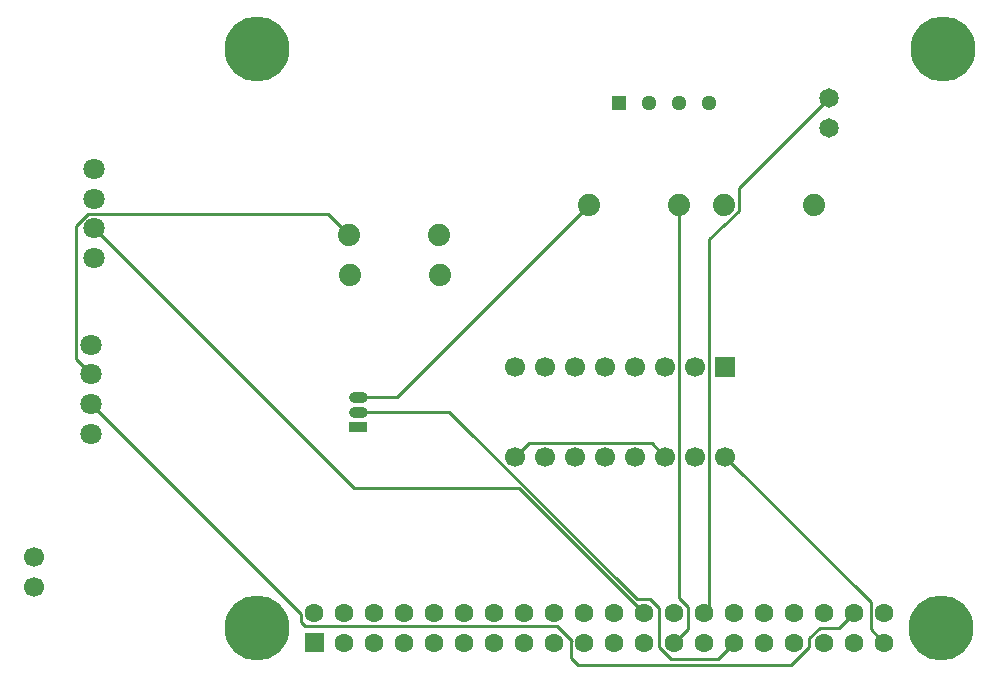
<source format=gbl>
G04 Layer: BottomLayer*
G04 EasyEDA v6.4.25, 2021-11-13T19:12:50+01:00*
G04 31547cc466d84fccb4009b5d61a499b9,d3ae98efc0754b289f344a683f097ee4,10*
G04 Gerber Generator version 0.2*
G04 Scale: 100 percent, Rotated: No, Reflected: No *
G04 Dimensions in millimeters *
G04 leading zeros omitted , absolute positions ,4 integer and 5 decimal *
%FSLAX45Y45*%
%MOMM*%

%ADD10C,0.2540*%
%ADD11C,1.8000*%
%ADD12C,1.6510*%
%ADD13C,1.6000*%
%ADD15C,1.7000*%
%ADD16C,1.8796*%
%ADD17R,1.6000X0.9000*%
%ADD18R,1.2954X1.2954*%
%ADD19C,1.2954*%
%ADD20R,1.7000X1.7000*%
%ADD21C,5.5000*%
%ADD22C,0.9000*%

%LPD*%
D10*
X6311900Y1804390D02*
G01*
X7543800Y572490D01*
X7543800Y342900D01*
X7658100Y228600D01*
X965200Y3735959D02*
G01*
X3164459Y1536700D01*
X4565065Y1536700D01*
X5619165Y482600D01*
X5626100Y482600D01*
X939800Y2250059D02*
G01*
X2717800Y472059D01*
X2717800Y406400D01*
X2755900Y368300D01*
X4889500Y368300D01*
X5011420Y246379D01*
X5003800Y238760D01*
X5003800Y101600D01*
X5067300Y38100D01*
X6870700Y38100D01*
X7023100Y190500D01*
X7023100Y266700D01*
X7112000Y355600D01*
X7277100Y355600D01*
X7404100Y482600D01*
X3200400Y2184400D02*
G01*
X3975100Y2184400D01*
X5562600Y596900D01*
X5676900Y596900D01*
X5753100Y520700D01*
X5753100Y190500D01*
X5854700Y88900D01*
X6248400Y88900D01*
X6388100Y228600D01*
X939800Y2499995D02*
G01*
X812800Y2626995D01*
X812800Y3759200D01*
X914400Y3860800D01*
X2946400Y3860800D01*
X3124200Y3683000D01*
X7188200Y4838700D02*
G01*
X6426200Y4076700D01*
X6426200Y3886200D01*
X6172200Y3644900D01*
X6172200Y2425700D01*
X6172200Y520700D01*
X6134100Y482600D01*
X5918200Y3937000D02*
G01*
X5918200Y609600D01*
X5994400Y533400D01*
X5994400Y342900D01*
X5880100Y228600D01*
X4533900Y1804390D02*
G01*
X4647209Y1917700D01*
X5690590Y1917700D01*
X5803900Y1804390D01*
X3200400Y2311400D02*
G01*
X3530600Y2311400D01*
X5156200Y3937000D01*
D11*
G01*
X939800Y1999869D03*
G01*
X939800Y2250059D03*
G01*
X939800Y2499995D03*
G01*
X939800Y2749930D03*
G01*
X965200Y3485769D03*
G01*
X965200Y3735959D03*
G01*
X965200Y3985895D03*
G01*
X965200Y4235830D03*
D12*
G01*
X7188200Y4838700D03*
G01*
X7188200Y4584700D03*
D13*
G01*
X7658100Y482600D03*
G01*
X7658100Y228600D03*
G01*
X7404100Y482600D03*
G01*
X7404100Y228600D03*
G01*
X7150100Y482600D03*
G01*
X7150100Y228600D03*
G01*
X6896100Y482600D03*
G01*
X6896100Y228600D03*
G01*
X6642100Y482600D03*
G01*
X6642100Y228600D03*
G01*
X6388100Y482600D03*
G01*
X6388100Y228600D03*
G01*
X6134100Y482600D03*
G01*
X6134100Y228600D03*
G01*
X5880100Y482600D03*
G01*
X5880100Y228600D03*
G01*
X5626100Y482600D03*
G01*
X5626100Y228600D03*
G01*
X5372100Y482600D03*
G01*
X5372100Y228600D03*
G01*
X5118100Y482600D03*
G01*
X5118100Y228600D03*
G01*
X4864100Y482600D03*
G01*
X4864100Y228600D03*
G01*
X4610100Y482600D03*
G01*
X4610100Y228600D03*
G01*
X4356100Y482600D03*
G01*
X4356100Y228600D03*
G01*
X4102100Y482600D03*
G01*
X4102100Y228600D03*
G01*
X3848100Y482600D03*
G01*
X3848100Y228600D03*
G01*
X3594100Y482600D03*
G01*
X3594100Y228600D03*
G01*
X3340100Y482600D03*
G01*
X3340100Y228600D03*
G01*
X3086100Y482600D03*
G01*
X3086100Y228600D03*
G01*
X2832100Y482600D03*
G36*
X2752100Y308599D02*
G01*
X2912099Y308599D01*
X2912099Y148600D01*
X2752100Y148600D01*
G37*
D15*
G01*
X457200Y700498D03*
G01*
X457200Y950511D03*
D16*
G01*
X5156200Y3937000D03*
G01*
X5918200Y3937000D03*
G01*
X3136900Y3340100D03*
G01*
X3898900Y3340100D03*
G01*
X3124200Y3683000D03*
G01*
X3886200Y3683000D03*
G01*
X6299200Y3937000D03*
G01*
X7061200Y3937000D03*
D17*
G01*
X3200400Y2057400D03*
D18*
G01*
X5410200Y4795235D03*
D19*
G01*
X5664200Y4795235D03*
G01*
X5918200Y4795235D03*
G01*
X6172200Y4795235D03*
D20*
G01*
X6311900Y2564409D03*
D15*
G01*
X6057900Y2564409D03*
G01*
X4787900Y2564409D03*
G01*
X4533900Y2564409D03*
G01*
X5803900Y2564409D03*
G01*
X5549900Y2564409D03*
G01*
X5041900Y2564409D03*
G01*
X5295900Y2564409D03*
G01*
X4533900Y1804390D03*
G01*
X4787900Y1804390D03*
G01*
X5041900Y1804390D03*
G01*
X5295900Y1804390D03*
G01*
X5549900Y1804390D03*
G01*
X5803900Y1804390D03*
G01*
X6057900Y1804390D03*
G01*
X6311900Y1804390D03*
D21*
G01*
X2349500Y5257800D03*
G01*
X8153400Y5257800D03*
G01*
X8140700Y355600D03*
G01*
X2349500Y355600D03*
D22*
X3165401Y2184400D02*
G01*
X3235401Y2184400D01*
X3165401Y2311400D02*
G01*
X3235401Y2311400D01*
M02*

</source>
